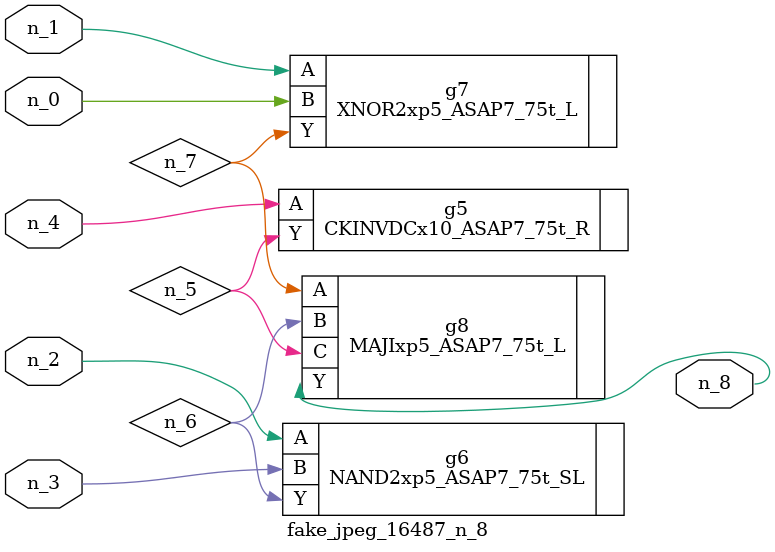
<source format=v>
module fake_jpeg_16487_n_8 (n_3, n_2, n_1, n_0, n_4, n_8);

input n_3;
input n_2;
input n_1;
input n_0;
input n_4;

output n_8;

wire n_6;
wire n_5;
wire n_7;

CKINVDCx10_ASAP7_75t_R g5 ( 
.A(n_4),
.Y(n_5)
);

NAND2xp5_ASAP7_75t_SL g6 ( 
.A(n_2),
.B(n_3),
.Y(n_6)
);

XNOR2xp5_ASAP7_75t_L g7 ( 
.A(n_1),
.B(n_0),
.Y(n_7)
);

MAJIxp5_ASAP7_75t_L g8 ( 
.A(n_7),
.B(n_6),
.C(n_5),
.Y(n_8)
);


endmodule
</source>
